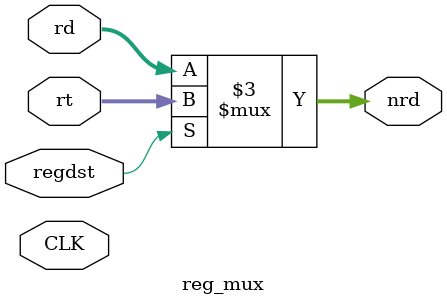
<source format=v>
module reg_mux(
    input regdst,
    input [4:0]rt,
    input CLK,
    input [4:0]rd,
    output reg [4:0]nrd
    );
    
    
    always@(*)begin
        if(regdst)
            nrd=rt;
        else
            nrd=rd;
    end
endmodule

</source>
